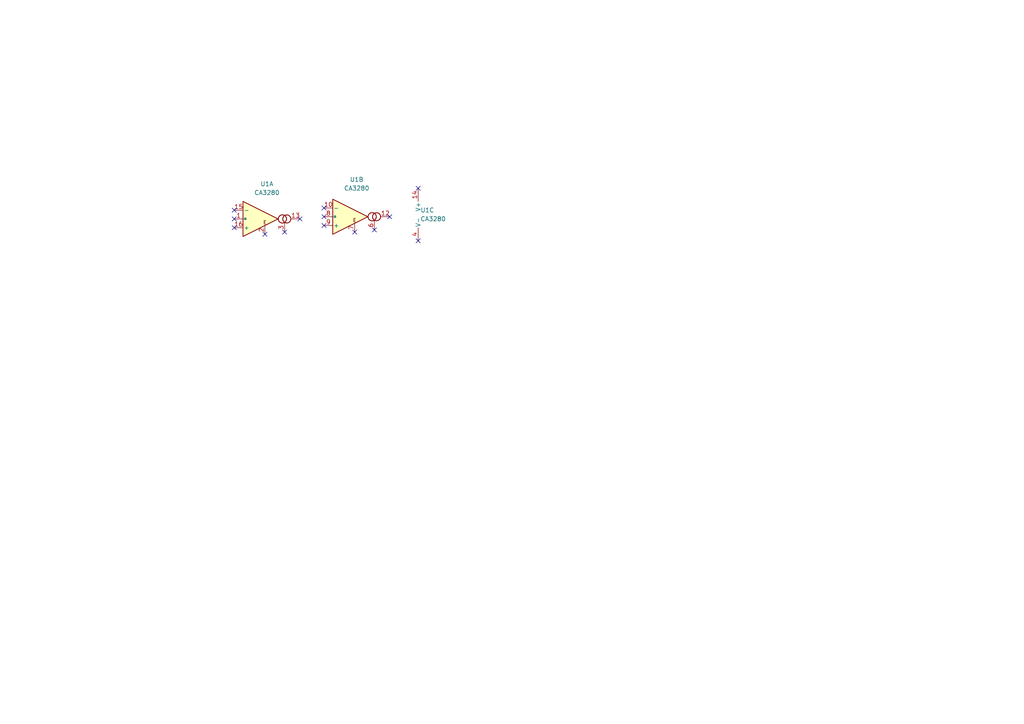
<source format=kicad_sch>
(kicad_sch (version 20211123) (generator eeschema)
  (paper "A4")
  (lib_symbols
    (symbol "elektrophon:CA3280" (pin_names (offset 0.127))
      (property "Reference" "U" (at 1.905 9.525 0))
      (property "Value" "CA3280" (at 1.905 6.985 0))
      (symbol "CA3280_1_0"
        (text "E" (at 2.54 -1.016 0) (effects (font (size 1.016 1.016))))
      )
      (symbol "CA3280_1_1"
        (polyline (pts (xy 6.35 0) (xy -3.81 -5.08) (xy -3.81 5.08) (xy 6.35 0)) (stroke (width 0.254)) (fill (type background)))
        (circle (center 7.62 0) (radius 1.1938) (stroke (width 0.254)))
        (circle (center 8.89 0) (radius 1.1695) (stroke (width 0.254)))
        (pin input line (at -6.35 0 0) (length 2.54) (name "ID") (number "1"))
        (pin output line (at 12.7 0 180) (length 2.54) (name "~") (number "13"))
        (pin input line (at -6.35 2.54 0) (length 2.54) (name "-") (number "15"))
        (pin input line (at -6.35 -2.54 0) (length 2.54) (name "+") (number "16"))
        (pin input line (at 2.54 -4.445 90) (length 2.54) (name "~") (number "2"))
        (pin input line (at 8.255 -3.81 90) (length 2.7) (name "~") (number "3"))
      )
      (symbol "CA3280_2_0"
        (text "E" (at 2.54 -1.016 0) (effects (font (size 1.016 1.016))))
      )
      (symbol "CA3280_2_1"
        (polyline (pts (xy 6.35 0) (xy -3.81 -5.08) (xy -3.81 5.08) (xy 6.35 0)) (stroke (width 0.254)) (fill (type background)))
        (circle (center 7.62 0) (radius 1.1938) (stroke (width 0.254)))
        (circle (center 8.89 0) (radius 1.1695) (stroke (width 0.254)))
        (pin input line (at -6.35 2.54 0) (length 2.54) (name "-") (number "10"))
        (pin output line (at 12.7 0 180) (length 2.54) (name "~") (number "12"))
        (pin input line (at 8.255 -3.81 90) (length 2.7) (name "~") (number "6"))
        (pin input line (at 2.54 -4.445 90) (length 2.54) (name "~") (number "7"))
        (pin input line (at -6.35 0 0) (length 2.54) (name "ID") (number "8"))
        (pin input line (at -6.35 -2.54 0) (length 2.54) (name "+") (number "9"))
      )
      (symbol "CA3280_3_1"
        (pin power_in line (at 0 7.62 270) (length 3.81) (name "V+") (number "14"))
        (pin power_in line (at 0 -7.62 90) (length 3.81) (name "V-") (number "4"))
      )
    )
  )
  (no_connect (at 67.945 66.04))
  (no_connect (at 121.285 54.61))
  (no_connect (at 93.98 65.405))
  (no_connect (at 113.03 62.865))
  (no_connect (at 102.87 67.31))
  (no_connect (at 93.98 60.325))
  (no_connect (at 67.945 60.96))
  (no_connect (at 76.835 67.945))
  (no_connect (at 67.945 63.5))
  (no_connect (at 86.995 63.5))
  (no_connect (at 82.55 67.31))
  (no_connect (at 93.98 62.865))
  (no_connect (at 108.585 66.675))
  (no_connect (at 121.285 69.85))
  (symbol (lib_id "elektrophon:CA3280") (at 100.33 62.865 0) (unit 2)
    (property "Reference" "U1" (at 103.4547 52.07 0))
    (property "Value" "CA3280" (at 103.4547 54.61 0))
  )
  (symbol (lib_id "elektrophon:CA3280") (at 121.285 62.23 0) (unit 3)
    (property "Reference" "U1" (at 121.92 60.9599 0) (effects (justify left)))
    (property "Value" "CA3280" (at 121.92 63.4999 0) (effects (justify left)))
  )
  (symbol (lib_id "elektrophon:CA3280") (at 74.295 63.5 0) (unit 1)
    (property "Reference" "U1" (at 77.4197 53.34 0))
    (property "Value" "CA3280" (at 77.4197 55.88 0))
  )
)
</source>
